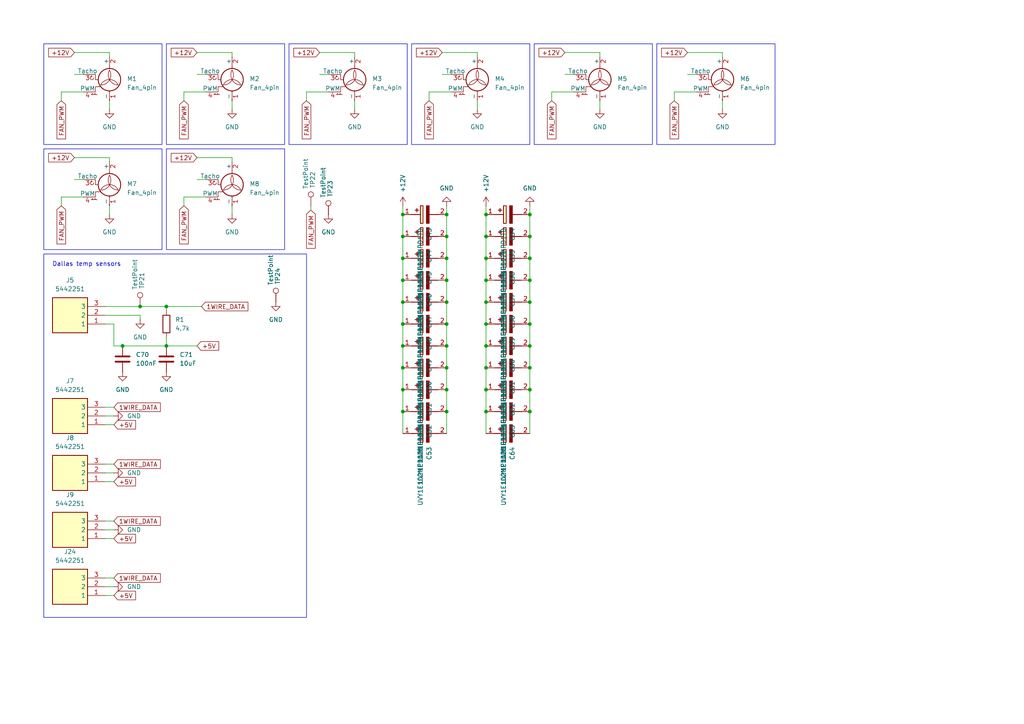
<source format=kicad_sch>
(kicad_sch (version 20250114) (generator "eeschema") (generator_version "9.0")
  (paper "A4")
  (lib_symbols
    (symbol "Connector:TestPoint" (pin_numbers (hide yes)) (pin_names (offset 0.762) (hide yes))
      (property "Reference" "TP" (at 0 6.858 0))
      (property "Value" "TestPoint" (at 0 5.08 0))
      (symbol "TestPoint_0_1"
        (circle (center 0 3.302) (radius 0.762))
      )
      (symbol "TestPoint_1_1"
        (pin passive line (at 0 0 90) (length 2.54) (name "1") (number "1"))
      )
    )
    (symbol "Device:C" (pin_numbers (hide yes)) (pin_names (offset 0.254))
      (property "Reference" "C" (at 0.635 2.54 0))
      (property "Value" "C" (at 0.635 -2.54 0))
      (symbol "C_0_1"
        (polyline (pts (xy -2.032 0.762) (xy 2.032 0.762)) (stroke (width 0.508)))
        (polyline (pts (xy -2.032 -0.762) (xy 2.032 -0.762)) (stroke (width 0.508)))
      )
      (symbol "C_1_1"
        (pin passive line (at 0 3.81 270) (length 2.794) (name "~") (number "1"))
        (pin passive line (at 0 -3.81 90) (length 2.794) (name "~") (number "2"))
      )
    )
    (symbol "Device:R" (pin_numbers (hide yes)) (pin_names (offset 0))
      (property "Reference" "R" (at 2.032 0 90))
      (property "Value" "R" (at 0 0 90))
      (symbol "R_0_1"
        (rectangle (start -1.016 -2.54) (end 1.016 2.54) (stroke (width 0.254)))
      )
      (symbol "R_1_1"
        (pin passive line (at 0 3.81 270) (length 1.27) (name "~") (number "1"))
        (pin passive line (at 0 -3.81 90) (length 1.27) (name "~") (number "2"))
      )
    )
    (symbol "InverterCom:5442251"
      (property "Reference" "J" (at 16.51 7.62 0))
      (property "Value" "5442251" (at 16.51 5.08 0))
      (symbol "5442251_1_1"
        (rectangle (start 5.08 2.54) (end 15.24 -7.62) (stroke (width 0.254)) (fill (type background)))
        (pin passive line (at 0 0 0) (length 5.08) (name "1") (number "1"))
        (pin passive line (at 0 -2.54 0) (length 5.08) (name "2") (number "2"))
        (pin passive line (at 0 -5.08 0) (length 5.08) (name "3") (number "3"))
      )
    )
    (symbol "InverterCom:UVY1E102MPD1TD" (pin_names (hide yes))
      (property "Reference" "C" (at 8.89 6.35 0))
      (property "Value" "UVY1E102MPD1TD" (at 8.89 3.81 0))
      (symbol "UVY1E102MPD1TD_1_1"
        (polyline (pts (xy 2.54 0) (xy 5.08 0)) (stroke (width 0.254)))
        (polyline (pts (xy 4.064 1.778) (xy 4.064 0.762)) (stroke (width 0.254)))
        (polyline (pts (xy 4.572 1.27) (xy 3.556 1.27)) (stroke (width 0.254)))
        (rectangle (start 5.08 2.54) (end 5.842 -2.54) (stroke (width 0.254)) (fill (type background)))
        (polyline (pts (xy 7.62 2.54) (xy 7.62 -2.54) (xy 6.858 -2.54) (xy 6.858 2.54) (xy 7.62 2.54)) (stroke (width 0.254)) (fill (type outline)))
        (polyline (pts (xy 7.62 0) (xy 10.16 0)) (stroke (width 0.254)))
        (pin passive line (at 0 0 0) (length 2.54) (name "+") (number "1"))
        (pin passive line (at 12.7 0 180) (length 2.54) (name "-") (number "2"))
      )
    )
    (symbol "Motor:Fan_4pin" (pin_names (offset 0))
      (property "Reference" "M" (at 2.54 5.08 0))
      (property "Value" "Fan_4pin" (at 2.54 -2.54 0))
      (symbol "Fan_4pin_0_0"
        (polyline (pts (xy -5.08 2.032) (xy -5.334 2.159)))
        (polyline (pts (xy -5.08 2.032) (xy -5.207 1.778)))
        (arc (start -4.572 1.524) (mid -5.08 1.0182) (end -5.588 1.524))
        (arc (start -5.588 1.524) (mid -5.4392 1.8832) (end -5.08 2.032))
        (polyline (pts (xy -4.064 2.54) (xy -4.064 1.016) (xy -3.302 1.016)))
      )
      (symbol "Fan_4pin_0_1"
        (polyline (pts (xy -5.334 -3.302) (xy -5.08 -3.302) (xy -5.08 -3.048) (xy -4.826 -3.048) (xy -4.826 -3.302) (xy -4.318 -3.302) (xy -4.318 -3.048) (xy -4.064 -3.048) (xy -4.064 -3.302) (xy -3.556 -3.302)))
        (polyline (pts (xy -4.064 2.54) (xy -5.08 2.54)))
        (polyline (pts (xy -2.54 -1.016) (xy -4.064 -1.016) (xy -4.064 -2.54) (xy -5.08 -2.54)))
        (arc (start 0 3.81) (mid -0.0015 0.9048) (end -2.54 -0.508))
        (polyline (pts (xy 0 4.572) (xy 0 5.08)))
        (polyline (pts (xy 0 4.2672) (xy 0 4.6228)))
        (circle (center 0 1.016) (radius 3.2512) (stroke (width 0.254)))
        (arc (start -2.54 -0.508) (mid 0 1.0618) (end 2.54 -0.508))
        (polyline (pts (xy 0 -2.2352) (xy 0 -2.6416)))
        (polyline (pts (xy 0 -5.08) (xy 0 -4.572)))
        (arc (start 2.54 -0.508) (mid 0.047 0.9315) (end 0 3.81))
      )
      (symbol "Fan_4pin_1_1"
        (pin passive line (at -7.62 2.54 0) (length 2.54) (name "Tacho") (number "3"))
        (pin input line (at -7.62 -2.54 0) (length 2.54) (name "PWM") (number "4"))
        (pin passive line (at 0 7.62 270) (length 2.54) (name "+") (number "2"))
        (pin passive line (at 0 -5.08 90) (length 2.54) (name "-") (number "1"))
      )
    )
    (symbol "power:+12V" (power) (pin_numbers (hide yes)) (pin_names (offset 0) (hide yes))
      (property "Value" "+12V" (at 0 3.556 0))
      (symbol "+12V_0_1"
        (polyline (pts (xy -0.762 1.27) (xy 0 2.54)))
        (polyline (pts (xy 0 2.54) (xy 0.762 1.27)))
        (polyline (pts (xy 0 0) (xy 0 2.54)))
      )
      (symbol "+12V_1_1"
        (pin power_in line (at 0 0 90) (length 0) (name "~") (number "1"))
      )
    )
    (symbol "power:GND" (power) (pin_numbers (hide yes)) (pin_names (offset 0) (hide yes))
      (property "Value" "GND" (at 0 -3.81 0))
      (symbol "GND_0_1"
        (polyline (pts (xy 0 0) (xy 0 -1.27) (xy 1.27 -1.27) (xy 0 -2.54) (xy -1.27 -1.27) (xy 0 -1.27)))
      )
      (symbol "GND_1_1"
        (pin power_in line (at 0 0 270) (length 0) (name "~") (number "1"))
      )
    )
  )
  (rectangle (start 12.7 73.66) (end 88.9 179.07))
  (rectangle (start 83.82 12.7) (end 118.11 41.91))
  (rectangle (start 190.5 12.7) (end 224.79 41.91))
  (rectangle (start 12.7 43.18) (end 46.99 72.39))
  (rectangle (start 48.26 43.18) (end 82.55 72.39))
  (rectangle (start 12.7 12.7) (end 46.99 41.91))
  (rectangle (start 48.26 12.7) (end 82.55 41.91))
  (rectangle (start 119.38 12.7) (end 153.67 41.91))
  (rectangle (start 154.94 12.7) (end 189.23 41.91))
  (text "Dallas temp sensors" (at 25.146 76.708 0) (effects (font (size 1.27 1.27))))
  (junction (at 116.84 106.68))
  (junction (at 129.54 68.58))
  (junction (at 140.97 87.63))
  (junction (at 129.54 74.93))
  (junction (at 140.97 113.03))
  (junction (at 153.67 100.33))
  (junction (at 153.67 87.63))
  (junction (at 153.67 68.58))
  (junction (at 153.67 106.68))
  (junction (at 140.97 106.68))
  (junction (at 129.54 119.38))
  (junction (at 129.54 100.33))
  (junction (at 116.84 68.58))
  (junction (at 129.54 87.63))
  (junction (at 116.84 119.38))
  (junction (at 129.54 81.28))
  (junction (at 153.67 93.98))
  (junction (at 48.26 100.33))
  (junction (at 129.54 106.68))
  (junction (at 153.67 74.93))
  (junction (at 140.97 100.33))
  (junction (at 116.84 113.03))
  (junction (at 116.84 100.33))
  (junction (at 40.64 88.9))
  (junction (at 116.84 87.63))
  (junction (at 129.54 93.98))
  (junction (at 140.97 93.98))
  (junction (at 116.84 93.98))
  (junction (at 116.84 62.23))
  (junction (at 140.97 68.58))
  (junction (at 153.67 81.28))
  (junction (at 140.97 81.28))
  (junction (at 140.97 74.93))
  (junction (at 48.26 88.9))
  (junction (at 153.67 119.38))
  (junction (at 153.67 113.03))
  (junction (at 140.97 62.23))
  (junction (at 35.56 100.33))
  (junction (at 116.84 81.28))
  (junction (at 129.54 62.23))
  (junction (at 129.54 113.03))
  (junction (at 140.97 119.38))
  (junction (at 116.84 74.93))
  (junction (at 153.67 62.23))
  (wire (pts (xy 153.67 119.38) (xy 153.67 125.73)))
  (wire (pts (xy 153.67 113.03) (xy 153.67 119.38)))
  (wire (pts (xy 140.97 113.03) (xy 140.97 119.38)))
  (wire (pts (xy 40.64 91.44) (xy 40.64 92.71)))
  (wire (pts (xy 88.9 26.67) (xy 95.25 26.67)))
  (wire (pts (xy 31.75 45.72) (xy 31.75 46.99)))
  (wire (pts (xy 129.54 87.63) (xy 129.54 93.98)))
  (wire (pts (xy 116.84 119.38) (xy 116.84 125.73)))
  (wire (pts (xy 30.48 91.44) (xy 40.64 91.44)))
  (wire (pts (xy 153.67 93.98) (xy 153.67 100.33)))
  (wire (pts (xy 30.48 167.64) (xy 33.02 167.64)))
  (wire (pts (xy 195.58 26.67) (xy 201.93 26.67)))
  (wire (pts (xy 53.34 57.15) (xy 59.69 57.15)))
  (wire (pts (xy 30.48 123.19) (xy 33.02 123.19)))
  (wire (pts (xy 140.97 119.38) (xy 140.97 125.73)))
  (wire (pts (xy 30.48 118.11) (xy 33.02 118.11)))
  (wire (pts (xy 116.84 81.28) (xy 116.84 87.63)))
  (wire (pts (xy 17.78 29.21) (xy 17.78 26.67)))
  (wire (pts (xy 48.26 90.17) (xy 48.26 88.9)))
  (wire (pts (xy 57.15 45.72) (xy 67.31 45.72)))
  (wire (pts (xy 17.78 26.67) (xy 24.13 26.67)))
  (wire (pts (xy 35.56 100.33) (xy 33.02 100.33)))
  (wire (pts (xy 153.67 68.58) (xy 153.67 74.93)))
  (wire (pts (xy 21.59 45.72) (xy 31.75 45.72)))
  (wire (pts (xy 140.97 100.33) (xy 140.97 106.68)))
  (wire (pts (xy 129.54 74.93) (xy 129.54 81.28)))
  (wire (pts (xy 30.48 170.18) (xy 33.02 170.18)))
  (wire (pts (xy 57.15 52.07) (xy 59.69 52.07)))
  (wire (pts (xy 116.84 68.58) (xy 116.84 74.93)))
  (wire (pts (xy 153.67 62.23) (xy 153.67 68.58)))
  (wire (pts (xy 92.71 15.24) (xy 102.87 15.24)))
  (wire (pts (xy 67.31 29.21) (xy 67.31 31.75)))
  (wire (pts (xy 153.67 59.69) (xy 153.67 62.23)))
  (wire (pts (xy 35.56 100.33) (xy 48.26 100.33)))
  (wire (pts (xy 129.54 81.28) (xy 129.54 87.63)))
  (wire (pts (xy 30.48 151.13) (xy 33.02 151.13)))
  (wire (pts (xy 195.58 29.21) (xy 195.58 26.67)))
  (wire (pts (xy 30.48 137.16) (xy 33.02 137.16)))
  (wire (pts (xy 199.39 15.24) (xy 209.55 15.24)))
  (wire (pts (xy 140.97 59.69) (xy 140.97 62.23)))
  (wire (pts (xy 163.83 15.24) (xy 173.99 15.24)))
  (wire (pts (xy 102.87 29.21) (xy 102.87 31.75)))
  (wire (pts (xy 53.34 59.69) (xy 53.34 57.15)))
  (wire (pts (xy 17.78 59.69) (xy 17.78 57.15)))
  (wire (pts (xy 67.31 45.72) (xy 67.31 46.99)))
  (wire (pts (xy 116.84 93.98) (xy 116.84 100.33)))
  (wire (pts (xy 128.27 15.24) (xy 138.43 15.24)))
  (wire (pts (xy 129.54 59.69) (xy 129.54 62.23)))
  (wire (pts (xy 140.97 93.98) (xy 140.97 100.33)))
  (wire (pts (xy 153.67 87.63) (xy 153.67 93.98)))
  (wire (pts (xy 33.02 93.98) (xy 30.48 93.98)))
  (wire (pts (xy 90.17 59.69) (xy 90.17 60.96)))
  (wire (pts (xy 21.59 21.59) (xy 24.13 21.59)))
  (wire (pts (xy 33.02 100.33) (xy 33.02 93.98)))
  (wire (pts (xy 57.15 21.59) (xy 59.69 21.59)))
  (wire (pts (xy 48.26 100.33) (xy 57.15 100.33)))
  (wire (pts (xy 160.02 29.21) (xy 160.02 26.67)))
  (wire (pts (xy 102.87 15.24) (xy 102.87 16.51)))
  (wire (pts (xy 30.48 139.7) (xy 33.02 139.7)))
  (wire (pts (xy 48.26 88.9) (xy 58.42 88.9)))
  (wire (pts (xy 21.59 52.07) (xy 24.13 52.07)))
  (wire (pts (xy 129.54 93.98) (xy 129.54 100.33)))
  (wire (pts (xy 199.39 21.59) (xy 201.93 21.59)))
  (wire (pts (xy 209.55 15.24) (xy 209.55 16.51)))
  (wire (pts (xy 128.27 21.59) (xy 130.81 21.59)))
  (wire (pts (xy 138.43 29.21) (xy 138.43 31.75)))
  (wire (pts (xy 129.54 100.33) (xy 129.54 106.68)))
  (wire (pts (xy 40.64 88.9) (xy 30.48 88.9)))
  (wire (pts (xy 140.97 87.63) (xy 140.97 93.98)))
  (wire (pts (xy 30.48 156.21) (xy 33.02 156.21)))
  (wire (pts (xy 140.97 106.68) (xy 140.97 113.03)))
  (wire (pts (xy 48.26 88.9) (xy 40.64 88.9)))
  (wire (pts (xy 30.48 120.65) (xy 33.02 120.65)))
  (wire (pts (xy 153.67 81.28) (xy 153.67 87.63)))
  (wire (pts (xy 21.59 15.24) (xy 31.75 15.24)))
  (wire (pts (xy 88.9 29.21) (xy 88.9 26.67)))
  (wire (pts (xy 173.99 15.24) (xy 173.99 16.51)))
  (wire (pts (xy 124.46 26.67) (xy 130.81 26.67)))
  (wire (pts (xy 116.84 113.03) (xy 116.84 119.38)))
  (wire (pts (xy 138.43 15.24) (xy 138.43 16.51)))
  (wire (pts (xy 17.78 57.15) (xy 24.13 57.15)))
  (wire (pts (xy 116.84 74.93) (xy 116.84 81.28)))
  (wire (pts (xy 153.67 74.93) (xy 153.67 81.28)))
  (wire (pts (xy 124.46 29.21) (xy 124.46 26.67)))
  (wire (pts (xy 163.83 21.59) (xy 166.37 21.59)))
  (wire (pts (xy 153.67 106.68) (xy 153.67 113.03)))
  (wire (pts (xy 31.75 59.69) (xy 31.75 62.23)))
  (wire (pts (xy 116.84 87.63) (xy 116.84 93.98)))
  (wire (pts (xy 92.71 21.59) (xy 95.25 21.59)))
  (wire (pts (xy 57.15 15.24) (xy 67.31 15.24)))
  (wire (pts (xy 140.97 68.58) (xy 140.97 74.93)))
  (wire (pts (xy 160.02 26.67) (xy 166.37 26.67)))
  (wire (pts (xy 31.75 15.24) (xy 31.75 16.51)))
  (wire (pts (xy 140.97 81.28) (xy 140.97 87.63)))
  (wire (pts (xy 173.99 29.21) (xy 173.99 31.75)))
  (wire (pts (xy 129.54 68.58) (xy 129.54 74.93)))
  (wire (pts (xy 53.34 26.67) (xy 59.69 26.67)))
  (wire (pts (xy 153.67 100.33) (xy 153.67 106.68)))
  (wire (pts (xy 116.84 59.69) (xy 116.84 62.23)))
  (wire (pts (xy 129.54 106.68) (xy 129.54 113.03)))
  (wire (pts (xy 48.26 97.79) (xy 48.26 100.33)))
  (wire (pts (xy 31.75 29.21) (xy 31.75 31.75)))
  (wire (pts (xy 67.31 15.24) (xy 67.31 16.51)))
  (wire (pts (xy 30.48 153.67) (xy 33.02 153.67)))
  (wire (pts (xy 116.84 100.33) (xy 116.84 106.68)))
  (wire (pts (xy 116.84 62.23) (xy 116.84 68.58)))
  (wire (pts (xy 209.55 29.21) (xy 209.55 31.75)))
  (wire (pts (xy 116.84 106.68) (xy 116.84 113.03)))
  (wire (pts (xy 129.54 119.38) (xy 129.54 125.73)))
  (wire (pts (xy 129.54 113.03) (xy 129.54 119.38)))
  (wire (pts (xy 129.54 62.23) (xy 129.54 68.58)))
  (wire (pts (xy 30.48 172.72) (xy 33.02 172.72)))
  (wire (pts (xy 67.31 59.69) (xy 67.31 62.23)))
  (wire (pts (xy 53.34 29.21) (xy 53.34 26.67)))
  (wire (pts (xy 140.97 74.93) (xy 140.97 81.28)))
  (wire (pts (xy 140.97 62.23) (xy 140.97 68.58)))
  (wire (pts (xy 30.48 134.62) (xy 33.02 134.62)))
  (global_label "+5V" (shape input) (at 57.15 100.33 0) (property "Intersheetrefs" "${INTERSHEET_REFS}" (effects (hide yes))))
  (global_label "+12V" (shape input) (at 128.27 15.24 180) (property "Intersheetrefs" "${INTERSHEET_REFS}" (effects (hide yes))))
  (global_label "+12V" (shape input) (at 57.15 45.72 180) (property "Intersheetrefs" "${INTERSHEET_REFS}" (effects (hide yes))))
  (global_label "+5V" (shape input) (at 33.02 139.7 0) (property "Intersheetrefs" "${INTERSHEET_REFS}" (effects (hide yes))))
  (global_label "FAN_PWM" (shape input) (at 124.46 29.21 270) (property "Intersheetrefs" "${INTERSHEET_REFS}" (effects (hide yes))))
  (global_label "1WIRE_DATA" (shape input) (at 33.02 151.13 0) (property "Intersheetrefs" "${INTERSHEET_REFS}" (effects (hide yes))))
  (global_label "FAN_PWM" (shape input) (at 88.9 29.21 270) (property "Intersheetrefs" "${INTERSHEET_REFS}" (effects (hide yes))))
  (global_label "FAN_PWM" (shape input) (at 17.78 59.69 270) (property "Intersheetrefs" "${INTERSHEET_REFS}" (effects (hide yes))))
  (global_label "1WIRE_DATA" (shape input) (at 33.02 134.62 0) (property "Intersheetrefs" "${INTERSHEET_REFS}" (effects (hide yes))))
  (global_label "+12V" (shape input) (at 21.59 45.72 180) (property "Intersheetrefs" "${INTERSHEET_REFS}" (effects (hide yes))))
  (global_label "FAN_PWM" (shape input) (at 90.17 60.96 270) (property "Intersheetrefs" "${INTERSHEET_REFS}" (effects (hide yes))))
  (global_label "+5V" (shape input) (at 33.02 156.21 0) (property "Intersheetrefs" "${INTERSHEET_REFS}" (effects (hide yes))))
  (global_label "+12V" (shape input) (at 21.59 15.24 180) (property "Intersheetrefs" "${INTERSHEET_REFS}" (effects (hide yes))))
  (global_label "FAN_PWM" (shape input) (at 53.34 59.69 270) (property "Intersheetrefs" "${INTERSHEET_REFS}" (effects (hide yes))))
  (global_label "FAN_PWM" (shape input) (at 160.02 29.21 270) (property "Intersheetrefs" "${INTERSHEET_REFS}" (effects (hide yes))))
  (global_label "+5V" (shape input) (at 33.02 123.19 0) (property "Intersheetrefs" "${INTERSHEET_REFS}" (effects (hide yes))))
  (global_label "FAN_PWM" (shape input) (at 195.58 29.21 270) (property "Intersheetrefs" "${INTERSHEET_REFS}" (effects (hide yes))))
  (global_label "FAN_PWM" (shape input) (at 17.78 29.21 270) (property "Intersheetrefs" "${INTERSHEET_REFS}" (effects (hide yes))))
  (global_label "1WIRE_DATA" (shape input) (at 33.02 118.11 0) (property "Intersheetrefs" "${INTERSHEET_REFS}" (effects (hide yes))))
  (global_label "+5V" (shape input) (at 33.02 172.72 0) (property "Intersheetrefs" "${INTERSHEET_REFS}" (effects (hide yes))))
  (global_label "+12V" (shape input) (at 163.83 15.24 180) (property "Intersheetrefs" "${INTERSHEET_REFS}" (effects (hide yes))))
  (global_label "+12V" (shape input) (at 92.71 15.24 180) (property "Intersheetrefs" "${INTERSHEET_REFS}" (effects (hide yes))))
  (global_label "FAN_PWM" (shape input) (at 53.34 29.21 270) (property "Intersheetrefs" "${INTERSHEET_REFS}" (effects (hide yes))))
  (global_label "1WIRE_DATA" (shape input) (at 33.02 167.64 0) (property "Intersheetrefs" "${INTERSHEET_REFS}" (effects (hide yes))))
  (global_label "1WIRE_DATA" (shape input) (at 58.42 88.9 0) (property "Intersheetrefs" "${INTERSHEET_REFS}" (effects (hide yes))))
  (global_label "+12V" (shape input) (at 57.15 15.24 180) (property "Intersheetrefs" "${INTERSHEET_REFS}" (effects (hide yes))))
  (global_label "+12V" (shape input) (at 199.39 15.24 180) (property "Intersheetrefs" "${INTERSHEET_REFS}" (effects (hide yes))))
  (symbol (lib_id "InverterCom:5442251") (at 30.48 139.7 180) (unit 1)
    (property "Reference" "J8" (at 20.32 127 0))
    (property "Value" "5442251" (at 20.32 129.54 0))
    (property "Footprint" "InverterCom:5442251" (effects (hide yes)))
    (property "Datasheet" "https://www.phoenixcontact.com/en-gb/products/printed-circuit-board-terminal-bc-350x9-3-gn-5442251" (effects (hide yes)))
    (property "Description" "Fixed Terminal Blocks BC-350X9- 3 GN 3.5 MM PITCH" (effects (hide yes)))
    (property "Height" "8.65" (effects (hide yes)))
    (property "Mouser Part Number" "651-5442251" (effects (hide yes)))
    (property "Mouser Price/Stock" "https://www.mouser.co.uk/ProductDetail/Phoenix-Contact/5442251?qs=9Y9qB%2FCsC3kmzTCxovpQiw%3D%3D" (effects (hide yes)))
    (property "Manufacturer_Name" "Phoenix Contact" (effects (hide yes)))
    (property "Manufacturer_Part_Number" "5442251" (effects (hide yes)))
  )
  (symbol (lib_id "InverterCom:5442251") (at 30.48 93.98 180) (unit 1)
    (property "Reference" "J5" (at 20.32 81.28 0))
    (property "Value" "5442251" (at 20.32 83.82 0))
    (property "Footprint" "InverterCom:5442251" (effects (hide yes)))
    (property "Datasheet" "https://www.phoenixcontact.com/en-gb/products/printed-circuit-board-terminal-bc-350x9-3-gn-5442251" (effects (hide yes)))
    (property "Description" "Fixed Terminal Blocks BC-350X9- 3 GN 3.5 MM PITCH" (effects (hide yes)))
    (property "Height" "8.65" (effects (hide yes)))
    (property "Mouser Part Number" "651-5442251" (effects (hide yes)))
    (property "Mouser Price/Stock" "https://www.mouser.co.uk/ProductDetail/Phoenix-Contact/5442251?qs=9Y9qB%2FCsC3kmzTCxovpQiw%3D%3D" (effects (hide yes)))
    (property "Manufacturer_Name" "Phoenix Contact" (effects (hide yes)))
    (property "Manufacturer_Part_Number" "5442251" (effects (hide yes)))
  )
  (symbol (lib_id "InverterCom:UVY1E102MPD1TD") (at 140.97 68.58 0) (unit 1)
    (property "Reference" "C55" (at 148.5901 72.39 90) (effects (justify right)))
    (property "Value" "UVY1E102MPD1TD" (at 146.0501 72.39 90) (effects (justify right)))
    (property "Footprint" "InverterCom:CAPPRD500W60D1025H1750" (effects (hide yes)))
    (property "Datasheet" "https://componentsearchengine.com/Datasheets/5/UVY1E102MPD1TD.pdf" (effects (hide yes)))
    (property "Description" "Cap Aluminum Lytic 1000uF 25V 20% (10 X 16mm) Radial 5mm 610mA 1000h 105C Ammo" (effects (hide yes)))
    (property "Height" "17.5" (effects (hide yes)))
    (property "Mouser Part Number" "647-UVY1E102MPD1TD" (effects (hide yes)))
    (property "Mouser Price/Stock" "https://www.mouser.co.uk/ProductDetail/Nichicon/UVY1E102MPD1TD?qs=gtReTMvImqniEnVqgrfK9Q%3D%3D" (effects (hide yes)))
    (property "Manufacturer_Name" "Nichicon" (effects (hide yes)))
    (property "Manufacturer_Part_Number" "UVY1E102MPD1TD" (effects (hide yes)))
  )
  (symbol (lib_id "Motor:Fan_4pin") (at 209.55 24.13 0) (unit 1)
    (property "Reference" "M6" (at 214.63 22.8599 0) (effects (justify left)))
    (property "Value" "Fan_4pin" (at 214.63 25.3999 0) (effects (justify left)))
    (property "Footprint" "Connector:FanPinHeader_1x04_P2.54mm_Vertical" (effects (hide yes)))
    (property "Datasheet" "http://www.formfactors.org/developer%5Cspecs%5Crev1_2_public.pdf" (effects (hide yes)))
    (property "Description" "Fan, tacho output, PWM input, 4-pin connector" (effects (hide yes)))
  )
  (symbol (lib_id "Connector:TestPoint") (at 95.25 62.23 0) (unit 1)
    (property "Reference" "TP23" (at 95.758 57.15 90) (effects (justify left)))
    (property "Value" "TestPoint" (at 93.726 57.404 90) (effects (justify left)))
    (property "Footprint" "TestPoint:TestPoint_Loop_D2.54mm_Drill1.5mm_Beaded" (effects (hide yes)))
    (property "Description" "test point" (effects (hide yes)))
  )
  (symbol (lib_id "InverterCom:UVY1E102MPD1TD") (at 116.84 68.58 0) (unit 1)
    (property "Reference" "C44" (at 124.4601 72.39 90) (effects (justify right)))
    (property "Value" "UVY1E102MPD1TD" (at 121.9201 72.39 90) (effects (justify right)))
    (property "Footprint" "InverterCom:CAPPRD500W60D1025H1750" (effects (hide yes)))
    (property "Datasheet" "https://componentsearchengine.com/Datasheets/5/UVY1E102MPD1TD.pdf" (effects (hide yes)))
    (property "Description" "Cap Aluminum Lytic 1000uF 25V 20% (10 X 16mm) Radial 5mm 610mA 1000h 105C Ammo" (effects (hide yes)))
    (property "Height" "17.5" (effects (hide yes)))
    (property "Mouser Part Number" "647-UVY1E102MPD1TD" (effects (hide yes)))
    (property "Mouser Price/Stock" "https://www.mouser.co.uk/ProductDetail/Nichicon/UVY1E102MPD1TD?qs=gtReTMvImqniEnVqgrfK9Q%3D%3D" (effects (hide yes)))
    (property "Manufacturer_Name" "Nichicon" (effects (hide yes)))
    (property "Manufacturer_Part_Number" "UVY1E102MPD1TD" (effects (hide yes)))
  )
  (symbol (lib_id "Device:C") (at 48.26 104.14 0) (unit 1)
    (property "Reference" "C71" (at 52.07 102.8699 0) (effects (justify left)))
    (property "Value" "10uF" (at 52.07 105.4099 0) (effects (justify left)))
    (property "Footprint" "Capacitor_SMD:C_1210_3225Metric_Pad1.33x2.70mm_HandSolder" (effects (hide yes)))
    (property "Description" "Unpolarized capacitor" (effects (hide yes)))
  )
  (symbol (lib_id "InverterCom:UVY1E102MPD1TD") (at 140.97 62.23 0) (unit 1)
    (property "Reference" "C54" (at 148.5901 66.04 90) (effects (justify right)))
    (property "Value" "UVY1E102MPD1TD" (at 146.0501 66.04 90) (effects (justify right)))
    (property "Footprint" "InverterCom:CAPPRD500W60D1025H1750" (effects (hide yes)))
    (property "Datasheet" "https://componentsearchengine.com/Datasheets/5/UVY1E102MPD1TD.pdf" (effects (hide yes)))
    (property "Description" "Cap Aluminum Lytic 1000uF 25V 20% (10 X 16mm) Radial 5mm 610mA 1000h 105C Ammo" (effects (hide yes)))
    (property "Height" "17.5" (effects (hide yes)))
    (property "Mouser Part Number" "647-UVY1E102MPD1TD" (effects (hide yes)))
    (property "Mouser Price/Stock" "https://www.mouser.co.uk/ProductDetail/Nichicon/UVY1E102MPD1TD?qs=gtReTMvImqniEnVqgrfK9Q%3D%3D" (effects (hide yes)))
    (property "Manufacturer_Name" "Nichicon" (effects (hide yes)))
    (property "Manufacturer_Part_Number" "UVY1E102MPD1TD" (effects (hide yes)))
  )
  (symbol (lib_id "power:GND") (at 138.43 31.75 0) (unit 1)
    (property "Reference" "#PWR032" (effects (hide yes)))
    (property "Value" "GND" (at 138.43 36.83 0))
    (property "Description" "Power symbol creates a global label with name \"GND\" , ground" (effects (hide yes)))
  )
  (symbol (lib_id "InverterCom:5442251") (at 30.48 156.21 180) (unit 1)
    (property "Reference" "J9" (at 20.32 143.51 0))
    (property "Value" "5442251" (at 20.32 146.05 0))
    (property "Footprint" "InverterCom:5442251" (effects (hide yes)))
    (property "Datasheet" "https://www.phoenixcontact.com/en-gb/products/printed-circuit-board-terminal-bc-350x9-3-gn-5442251" (effects (hide yes)))
    (property "Description" "Fixed Terminal Blocks BC-350X9- 3 GN 3.5 MM PITCH" (effects (hide yes)))
    (property "Height" "8.65" (effects (hide yes)))
    (property "Mouser Part Number" "651-5442251" (effects (hide yes)))
    (property "Mouser Price/Stock" "https://www.mouser.co.uk/ProductDetail/Phoenix-Contact/5442251?qs=9Y9qB%2FCsC3kmzTCxovpQiw%3D%3D" (effects (hide yes)))
    (property "Manufacturer_Name" "Phoenix Contact" (effects (hide yes)))
    (property "Manufacturer_Part_Number" "5442251" (effects (hide yes)))
  )
  (symbol (lib_id "power:GND") (at 80.01 87.63 0) (unit 1)
    (property "Reference" "#PWR038" (effects (hide yes)))
    (property "Value" "GND" (at 80.01 92.71 0))
    (property "Description" "Power symbol creates a global label with name \"GND\" , ground" (effects (hide yes)))
  )
  (symbol (lib_id "power:+12V") (at 140.97 59.69 0) (unit 1)
    (property "Reference" "#PWR098" (effects (hide yes)))
    (property "Value" "+12V" (at 140.9701 55.88 90) (effects (justify left)))
    (property "Description" "Power symbol creates a global label with name \"+12V\"" (effects (hide yes)))
  )
  (symbol (lib_id "InverterCom:5442251") (at 30.48 172.72 180) (unit 1)
    (property "Reference" "J24" (at 20.32 160.02 0))
    (property "Value" "5442251" (at 20.32 162.56 0))
    (property "Footprint" "InverterCom:5442251" (effects (hide yes)))
    (property "Datasheet" "https://www.phoenixcontact.com/en-gb/products/printed-circuit-board-terminal-bc-350x9-3-gn-5442251" (effects (hide yes)))
    (property "Description" "Fixed Terminal Blocks BC-350X9- 3 GN 3.5 MM PITCH" (effects (hide yes)))
    (property "Height" "8.65" (effects (hide yes)))
    (property "Mouser Part Number" "651-5442251" (effects (hide yes)))
    (property "Mouser Price/Stock" "https://www.mouser.co.uk/ProductDetail/Phoenix-Contact/5442251?qs=9Y9qB%2FCsC3kmzTCxovpQiw%3D%3D" (effects (hide yes)))
    (property "Manufacturer_Name" "Phoenix Contact" (effects (hide yes)))
    (property "Manufacturer_Part_Number" "5442251" (effects (hide yes)))
  )
  (symbol (lib_id "InverterCom:UVY1E102MPD1TD") (at 116.84 125.73 0) (unit 1)
    (property "Reference" "C53" (at 124.4601 129.54 90) (effects (justify right)))
    (property "Value" "UVY1E102MPD1TD" (at 121.9201 129.54 90) (effects (justify right)))
    (property "Footprint" "InverterCom:CAPPRD500W60D1025H1750" (effects (hide yes)))
    (property "Datasheet" "https://componentsearchengine.com/Datasheets/5/UVY1E102MPD1TD.pdf" (effects (hide yes)))
    (property "Description" "Cap Aluminum Lytic 1000uF 25V 20% (10 X 16mm) Radial 5mm 610mA 1000h 105C Ammo" (effects (hide yes)))
    (property "Height" "17.5" (effects (hide yes)))
    (property "Mouser Part Number" "647-UVY1E102MPD1TD" (effects (hide yes)))
    (property "Mouser Price/Stock" "https://www.mouser.co.uk/ProductDetail/Nichicon/UVY1E102MPD1TD?qs=gtReTMvImqniEnVqgrfK9Q%3D%3D" (effects (hide yes)))
    (property "Manufacturer_Name" "Nichicon" (effects (hide yes)))
    (property "Manufacturer_Part_Number" "UVY1E102MPD1TD" (effects (hide yes)))
  )
  (symbol (lib_id "Motor:Fan_4pin") (at 31.75 24.13 0) (unit 1)
    (property "Reference" "M1" (at 36.83 22.8599 0) (effects (justify left)))
    (property "Value" "Fan_4pin" (at 36.83 25.3999 0) (effects (justify left)))
    (property "Footprint" "Connector:FanPinHeader_1x04_P2.54mm_Vertical" (effects (hide yes)))
    (property "Datasheet" "http://www.formfactors.org/developer%5Cspecs%5Crev1_2_public.pdf" (effects (hide yes)))
    (property "Description" "Fan, tacho output, PWM input, 4-pin connector" (effects (hide yes)))
  )
  (symbol (lib_id "Connector:TestPoint") (at 40.64 88.9 0) (unit 1)
    (property "Reference" "TP21" (at 41.148 83.82 90) (effects (justify left)))
    (property "Value" "TestPoint" (at 39.116 84.074 90) (effects (justify left)))
    (property "Footprint" "TestPoint:TestPoint_Loop_D2.54mm_Drill1.5mm_Beaded" (effects (hide yes)))
    (property "Description" "test point" (effects (hide yes)))
  )
  (symbol (lib_id "InverterCom:UVY1E102MPD1TD") (at 140.97 106.68 0) (unit 1)
    (property "Reference" "C61" (at 148.5901 110.49 90) (effects (justify right)))
    (property "Value" "UVY1E102MPD1TD" (at 146.0501 110.49 90) (effects (justify right)))
    (property "Footprint" "InverterCom:CAPPRD500W60D1025H1750" (effects (hide yes)))
    (property "Datasheet" "https://componentsearchengine.com/Datasheets/5/UVY1E102MPD1TD.pdf" (effects (hide yes)))
    (property "Description" "Cap Aluminum Lytic 1000uF 25V 20% (10 X 16mm) Radial 5mm 610mA 1000h 105C Ammo" (effects (hide yes)))
    (property "Height" "17.5" (effects (hide yes)))
    (property "Mouser Part Number" "647-UVY1E102MPD1TD" (effects (hide yes)))
    (property "Mouser Price/Stock" "https://www.mouser.co.uk/ProductDetail/Nichicon/UVY1E102MPD1TD?qs=gtReTMvImqniEnVqgrfK9Q%3D%3D" (effects (hide yes)))
    (property "Manufacturer_Name" "Nichicon" (effects (hide yes)))
    (property "Manufacturer_Part_Number" "UVY1E102MPD1TD" (effects (hide yes)))
  )
  (symbol (lib_id "Motor:Fan_4pin") (at 102.87 24.13 0) (unit 1)
    (property "Reference" "M3" (at 107.95 22.8599 0) (effects (justify left)))
    (property "Value" "Fan_4pin" (at 107.95 25.3999 0) (effects (justify left)))
    (property "Footprint" "Connector:FanPinHeader_1x04_P2.54mm_Vertical" (effects (hide yes)))
    (property "Datasheet" "http://www.formfactors.org/developer%5Cspecs%5Crev1_2_public.pdf" (effects (hide yes)))
    (property "Description" "Fan, tacho output, PWM input, 4-pin connector" (effects (hide yes)))
  )
  (symbol (lib_id "InverterCom:UVY1E102MPD1TD") (at 116.84 119.38 0) (unit 1)
    (property "Reference" "C52" (at 124.4601 123.19 90) (effects (justify right)))
    (property "Value" "UVY1E102MPD1TD" (at 121.9201 123.19 90) (effects (justify right)))
    (property "Footprint" "InverterCom:CAPPRD500W60D1025H1750" (effects (hide yes)))
    (property "Datasheet" "https://componentsearchengine.com/Datasheets/5/UVY1E102MPD1TD.pdf" (effects (hide yes)))
    (property "Description" "Cap Aluminum Lytic 1000uF 25V 20% (10 X 16mm) Radial 5mm 610mA 1000h 105C Ammo" (effects (hide yes)))
    (property "Height" "17.5" (effects (hide yes)))
    (property "Mouser Part Number" "647-UVY1E102MPD1TD" (effects (hide yes)))
    (property "Mouser Price/Stock" "https://www.mouser.co.uk/ProductDetail/Nichicon/UVY1E102MPD1TD?qs=gtReTMvImqniEnVqgrfK9Q%3D%3D" (effects (hide yes)))
    (property "Manufacturer_Name" "Nichicon" (effects (hide yes)))
    (property "Manufacturer_Part_Number" "UVY1E102MPD1TD" (effects (hide yes)))
  )
  (symbol (lib_id "InverterCom:UVY1E102MPD1TD") (at 140.97 125.73 0) (unit 1)
    (property "Reference" "C64" (at 148.5901 129.54 90) (effects (justify right)))
    (property "Value" "UVY1E102MPD1TD" (at 146.0501 129.54 90) (effects (justify right)))
    (property "Footprint" "InverterCom:CAPPRD500W60D1025H1750" (effects (hide yes)))
    (property "Datasheet" "https://componentsearchengine.com/Datasheets/5/UVY1E102MPD1TD.pdf" (effects (hide yes)))
    (property "Description" "Cap Aluminum Lytic 1000uF 25V 20% (10 X 16mm) Radial 5mm 610mA 1000h 105C Ammo" (effects (hide yes)))
    (property "Height" "17.5" (effects (hide yes)))
    (property "Mouser Part Number" "647-UVY1E102MPD1TD" (effects (hide yes)))
    (property "Mouser Price/Stock" "https://www.mouser.co.uk/ProductDetail/Nichicon/UVY1E102MPD1TD?qs=gtReTMvImqniEnVqgrfK9Q%3D%3D" (effects (hide yes)))
    (property "Manufacturer_Name" "Nichicon" (effects (hide yes)))
    (property "Manufacturer_Part_Number" "UVY1E102MPD1TD" (effects (hide yes)))
  )
  (symbol (lib_id "Device:R") (at 48.26 93.98 0) (unit 1)
    (property "Reference" "R1" (at 50.8 92.7099 0) (effects (justify left)))
    (property "Value" "4.7k" (at 50.8 95.2499 0) (effects (justify left)))
    (property "Footprint" "Resistor_SMD:R_1210_3225Metric_Pad1.30x2.65mm_HandSolder" (effects (hide yes)))
    (property "Description" "Resistor" (effects (hide yes)))
  )
  (symbol (lib_id "power:GND") (at 102.87 31.75 0) (unit 1)
    (property "Reference" "#PWR031" (effects (hide yes)))
    (property "Value" "GND" (at 102.87 36.83 0))
    (property "Description" "Power symbol creates a global label with name \"GND\" , ground" (effects (hide yes)))
  )
  (symbol (lib_id "InverterCom:UVY1E102MPD1TD") (at 116.84 81.28 0) (unit 1)
    (property "Reference" "C46" (at 124.4601 85.09 90) (effects (justify right)))
    (property "Value" "UVY1E102MPD1TD" (at 121.9201 85.09 90) (effects (justify right)))
    (property "Footprint" "InverterCom:CAPPRD500W60D1025H1750" (effects (hide yes)))
    (property "Datasheet" "https://componentsearchengine.com/Datasheets/5/UVY1E102MPD1TD.pdf" (effects (hide yes)))
    (property "Description" "Cap Aluminum Lytic 1000uF 25V 20% (10 X 16mm) Radial 5mm 610mA 1000h 105C Ammo" (effects (hide yes)))
    (property "Height" "17.5" (effects (hide yes)))
    (property "Mouser Part Number" "647-UVY1E102MPD1TD" (effects (hide yes)))
    (property "Mouser Price/Stock" "https://www.mouser.co.uk/ProductDetail/Nichicon/UVY1E102MPD1TD?qs=gtReTMvImqniEnVqgrfK9Q%3D%3D" (effects (hide yes)))
    (property "Manufacturer_Name" "Nichicon" (effects (hide yes)))
    (property "Manufacturer_Part_Number" "UVY1E102MPD1TD" (effects (hide yes)))
  )
  (symbol (lib_id "power:GND") (at 67.31 31.75 0) (unit 1)
    (property "Reference" "#PWR030" (effects (hide yes)))
    (property "Value" "GND" (at 67.31 36.83 0))
    (property "Description" "Power symbol creates a global label with name \"GND\" , ground" (effects (hide yes)))
  )
  (symbol (lib_id "Motor:Fan_4pin") (at 173.99 24.13 0) (unit 1)
    (property "Reference" "M5" (at 179.07 22.8599 0) (effects (justify left)))
    (property "Value" "Fan_4pin" (at 179.07 25.3999 0) (effects (justify left)))
    (property "Footprint" "Connector:FanPinHeader_1x04_P2.54mm_Vertical" (effects (hide yes)))
    (property "Datasheet" "http://www.formfactors.org/developer%5Cspecs%5Crev1_2_public.pdf" (effects (hide yes)))
    (property "Description" "Fan, tacho output, PWM input, 4-pin connector" (effects (hide yes)))
  )
  (symbol (lib_id "InverterCom:UVY1E102MPD1TD") (at 140.97 74.93 0) (unit 1)
    (property "Reference" "C56" (at 148.5901 78.74 90) (effects (justify right)))
    (property "Value" "UVY1E102MPD1TD" (at 146.0501 78.74 90) (effects (justify right)))
    (property "Footprint" "InverterCom:CAPPRD500W60D1025H1750" (effects (hide yes)))
    (property "Datasheet" "https://componentsearchengine.com/Datasheets/5/UVY1E102MPD1TD.pdf" (effects (hide yes)))
    (property "Description" "Cap Aluminum Lytic 1000uF 25V 20% (10 X 16mm) Radial 5mm 610mA 1000h 105C Ammo" (effects (hide yes)))
    (property "Height" "17.5" (effects (hide yes)))
    (property "Mouser Part Number" "647-UVY1E102MPD1TD" (effects (hide yes)))
    (property "Mouser Price/Stock" "https://www.mouser.co.uk/ProductDetail/Nichicon/UVY1E102MPD1TD?qs=gtReTMvImqniEnVqgrfK9Q%3D%3D" (effects (hide yes)))
    (property "Manufacturer_Name" "Nichicon" (effects (hide yes)))
    (property "Manufacturer_Part_Number" "UVY1E102MPD1TD" (effects (hide yes)))
  )
  (symbol (lib_id "Device:C") (at 35.56 104.14 0) (unit 1)
    (property "Reference" "C70" (at 39.37 102.8699 0) (effects (justify left)))
    (property "Value" "100nF" (at 39.37 105.41 0) (effects (justify left)))
    (property "Footprint" "Capacitor_SMD:C_1210_3225Metric_Pad1.33x2.70mm_HandSolder" (effects (hide yes)))
    (property "Description" "Unpolarized capacitor" (effects (hide yes)))
  )
  (symbol (lib_id "InverterCom:UVY1E102MPD1TD") (at 116.84 93.98 0) (unit 1)
    (property "Reference" "C48" (at 124.4601 97.79 90) (effects (justify right)))
    (property "Value" "UVY1E102MPD1TD" (at 121.9201 97.79 90) (effects (justify right)))
    (property "Footprint" "InverterCom:CAPPRD500W60D1025H1750" (effects (hide yes)))
    (property "Datasheet" "https://componentsearchengine.com/Datasheets/5/UVY1E102MPD1TD.pdf" (effects (hide yes)))
    (property "Description" "Cap Aluminum Lytic 1000uF 25V 20% (10 X 16mm) Radial 5mm 610mA 1000h 105C Ammo" (effects (hide yes)))
    (property "Height" "17.5" (effects (hide yes)))
    (property "Mouser Part Number" "647-UVY1E102MPD1TD" (effects (hide yes)))
    (property "Mouser Price/Stock" "https://www.mouser.co.uk/ProductDetail/Nichicon/UVY1E102MPD1TD?qs=gtReTMvImqniEnVqgrfK9Q%3D%3D" (effects (hide yes)))
    (property "Manufacturer_Name" "Nichicon" (effects (hide yes)))
    (property "Manufacturer_Part_Number" "UVY1E102MPD1TD" (effects (hide yes)))
  )
  (symbol (lib_id "Motor:Fan_4pin") (at 67.31 24.13 0) (unit 1)
    (property "Reference" "M2" (at 72.39 22.8599 0) (effects (justify left)))
    (property "Value" "Fan_4pin" (at 72.39 25.3999 0) (effects (justify left)))
    (property "Footprint" "Connector:FanPinHeader_1x04_P2.54mm_Vertical" (effects (hide yes)))
    (property "Datasheet" "http://www.formfactors.org/developer%5Cspecs%5Crev1_2_public.pdf" (effects (hide yes)))
    (property "Description" "Fan, tacho output, PWM input, 4-pin connector" (effects (hide yes)))
  )
  (symbol (lib_id "InverterCom:UVY1E102MPD1TD") (at 140.97 81.28 0) (unit 1)
    (property "Reference" "C57" (at 148.5901 85.09 90) (effects (justify right)))
    (property "Value" "UVY1E102MPD1TD" (at 146.0501 85.09 90) (effects (justify right)))
    (property "Footprint" "InverterCom:CAPPRD500W60D1025H1750" (effects (hide yes)))
    (property "Datasheet" "https://componentsearchengine.com/Datasheets/5/UVY1E102MPD1TD.pdf" (effects (hide yes)))
    (property "Description" "Cap Aluminum Lytic 1000uF 25V 20% (10 X 16mm) Radial 5mm 610mA 1000h 105C Ammo" (effects (hide yes)))
    (property "Height" "17.5" (effects (hide yes)))
    (property "Mouser Part Number" "647-UVY1E102MPD1TD" (effects (hide yes)))
    (property "Mouser Price/Stock" "https://www.mouser.co.uk/ProductDetail/Nichicon/UVY1E102MPD1TD?qs=gtReTMvImqniEnVqgrfK9Q%3D%3D" (effects (hide yes)))
    (property "Manufacturer_Name" "Nichicon" (effects (hide yes)))
    (property "Manufacturer_Part_Number" "UVY1E102MPD1TD" (effects (hide yes)))
  )
  (symbol (lib_id "power:GND") (at 33.02 120.65 90) (unit 1)
    (property "Reference" "#PWR0116" (effects (hide yes)))
    (property "Value" "GND" (at 36.83 120.6499 90) (effects (justify right)))
    (property "Description" "Power symbol creates a global label with name \"GND\" , ground" (effects (hide yes)))
  )
  (symbol (lib_id "power:GND") (at 31.75 31.75 0) (unit 1)
    (property "Reference" "#PWR029" (effects (hide yes)))
    (property "Value" "GND" (at 31.75 36.83 0))
    (property "Description" "Power symbol creates a global label with name \"GND\" , ground" (effects (hide yes)))
  )
  (symbol (lib_id "power:GND") (at 48.26 107.95 0) (unit 1)
    (property "Reference" "#PWR0100" (effects (hide yes)))
    (property "Value" "GND" (at 48.26 113.03 0))
    (property "Description" "Power symbol creates a global label with name \"GND\" , ground" (effects (hide yes)))
  )
  (symbol (lib_id "InverterCom:UVY1E102MPD1TD") (at 116.84 100.33 0) (unit 1)
    (property "Reference" "C49" (at 124.4601 104.14 90) (effects (justify right)))
    (property "Value" "UVY1E102MPD1TD" (at 121.9201 104.14 90) (effects (justify right)))
    (property "Footprint" "InverterCom:CAPPRD500W60D1025H1750" (effects (hide yes)))
    (property "Datasheet" "https://componentsearchengine.com/Datasheets/5/UVY1E102MPD1TD.pdf" (effects (hide yes)))
    (property "Description" "Cap Aluminum Lytic 1000uF 25V 20% (10 X 16mm) Radial 5mm 610mA 1000h 105C Ammo" (effects (hide yes)))
    (property "Height" "17.5" (effects (hide yes)))
    (property "Mouser Part Number" "647-UVY1E102MPD1TD" (effects (hide yes)))
    (property "Mouser Price/Stock" "https://www.mouser.co.uk/ProductDetail/Nichicon/UVY1E102MPD1TD?qs=gtReTMvImqniEnVqgrfK9Q%3D%3D" (effects (hide yes)))
    (property "Manufacturer_Name" "Nichicon" (effects (hide yes)))
    (property "Manufacturer_Part_Number" "UVY1E102MPD1TD" (effects (hide yes)))
  )
  (symbol (lib_id "power:GND") (at 153.67 59.69 0) (mirror x) (unit 1)
    (property "Reference" "#PWR017" (effects (hide yes)))
    (property "Value" "GND" (at 153.67 54.61 0))
    (property "Description" "Power symbol creates a global label with name \"GND\" , ground" (effects (hide yes)))
  )
  (symbol (lib_id "Connector:TestPoint") (at 90.17 59.69 0) (unit 1)
    (property "Reference" "TP22" (at 90.678 54.61 90) (effects (justify left)))
    (property "Value" "TestPoint" (at 88.646 54.864 90) (effects (justify left)))
    (property "Footprint" "TestPoint:TestPoint_Loop_D2.54mm_Drill1.5mm_Beaded" (effects (hide yes)))
    (property "Description" "test point" (effects (hide yes)))
  )
  (symbol (lib_id "Connector:TestPoint") (at 80.01 87.63 0) (unit 1)
    (property "Reference" "TP24" (at 80.518 82.55 90) (effects (justify left)))
    (property "Value" "TestPoint" (at 78.486 82.804 90) (effects (justify left)))
    (property "Footprint" "TestPoint:TestPoint_Loop_D2.54mm_Drill1.5mm_Beaded" (effects (hide yes)))
    (property "Description" "test point" (effects (hide yes)))
  )
  (symbol (lib_id "InverterCom:UVY1E102MPD1TD") (at 116.84 62.23 0) (unit 1)
    (property "Reference" "C43" (at 124.4601 66.04 90) (effects (justify right)))
    (property "Value" "UVY1E102MPD1TD" (at 121.9201 66.04 90) (effects (justify right)))
    (property "Footprint" "InverterCom:CAPPRD500W60D1025H1750" (effects (hide yes)))
    (property "Datasheet" "https://componentsearchengine.com/Datasheets/5/UVY1E102MPD1TD.pdf" (effects (hide yes)))
    (property "Description" "Cap Aluminum Lytic 1000uF 25V 20% (10 X 16mm) Radial 5mm 610mA 1000h 105C Ammo" (effects (hide yes)))
    (property "Height" "17.5" (effects (hide yes)))
    (property "Mouser Part Number" "647-UVY1E102MPD1TD" (effects (hide yes)))
    (property "Mouser Price/Stock" "https://www.mouser.co.uk/ProductDetail/Nichicon/UVY1E102MPD1TD?qs=gtReTMvImqniEnVqgrfK9Q%3D%3D" (effects (hide yes)))
    (property "Manufacturer_Name" "Nichicon" (effects (hide yes)))
    (property "Manufacturer_Part_Number" "UVY1E102MPD1TD" (effects (hide yes)))
  )
  (symbol (lib_id "InverterCom:UVY1E102MPD1TD") (at 140.97 100.33 0) (unit 1)
    (property "Reference" "C60" (at 148.5901 104.14 90) (effects (justify right)))
    (property "Value" "UVY1E102MPD1TD" (at 146.0501 104.14 90) (effects (justify right)))
    (property "Footprint" "InverterCom:CAPPRD500W60D1025H1750" (effects (hide yes)))
    (property "Datasheet" "https://componentsearchengine.com/Datasheets/5/UVY1E102MPD1TD.pdf" (effects (hide yes)))
    (property "Description" "Cap Aluminum Lytic 1000uF 25V 20% (10 X 16mm) Radial 5mm 610mA 1000h 105C Ammo" (effects (hide yes)))
    (property "Height" "17.5" (effects (hide yes)))
    (property "Mouser Part Number" "647-UVY1E102MPD1TD" (effects (hide yes)))
    (property "Mouser Price/Stock" "https://www.mouser.co.uk/ProductDetail/Nichicon/UVY1E102MPD1TD?qs=gtReTMvImqniEnVqgrfK9Q%3D%3D" (effects (hide yes)))
    (property "Manufacturer_Name" "Nichicon" (effects (hide yes)))
    (property "Manufacturer_Part_Number" "UVY1E102MPD1TD" (effects (hide yes)))
  )
  (symbol (lib_id "InverterCom:UVY1E102MPD1TD") (at 140.97 119.38 0) (unit 1)
    (property "Reference" "C63" (at 148.5901 123.19 90) (effects (justify right)))
    (property "Value" "UVY1E102MPD1TD" (at 146.0501 123.19 90) (effects (justify right)))
    (property "Footprint" "InverterCom:CAPPRD500W60D1025H1750" (effects (hide yes)))
    (property "Datasheet" "https://componentsearchengine.com/Datasheets/5/UVY1E102MPD1TD.pdf" (effects (hide yes)))
    (property "Description" "Cap Aluminum Lytic 1000uF 25V 20% (10 X 16mm) Radial 5mm 610mA 1000h 105C Ammo" (effects (hide yes)))
    (property "Height" "17.5" (effects (hide yes)))
    (property "Mouser Part Number" "647-UVY1E102MPD1TD" (effects (hide yes)))
    (property "Mouser Price/Stock" "https://www.mouser.co.uk/ProductDetail/Nichicon/UVY1E102MPD1TD?qs=gtReTMvImqniEnVqgrfK9Q%3D%3D" (effects (hide yes)))
    (property "Manufacturer_Name" "Nichicon" (effects (hide yes)))
    (property "Manufacturer_Part_Number" "UVY1E102MPD1TD" (effects (hide yes)))
  )
  (symbol (lib_id "Motor:Fan_4pin") (at 138.43 24.13 0) (unit 1)
    (property "Reference" "M4" (at 143.51 22.8599 0) (effects (justify left)))
    (property "Value" "Fan_4pin" (at 143.51 25.3999 0) (effects (justify left)))
    (property "Footprint" "Connector:FanPinHeader_1x04_P2.54mm_Vertical" (effects (hide yes)))
    (property "Datasheet" "http://www.formfactors.org/developer%5Cspecs%5Crev1_2_public.pdf" (effects (hide yes)))
    (property "Description" "Fan, tacho output, PWM input, 4-pin connector" (effects (hide yes)))
  )
  (symbol (lib_id "power:GND") (at 33.02 153.67 90) (unit 1)
    (property "Reference" "#PWR0118" (effects (hide yes)))
    (property "Value" "GND" (at 36.83 153.6699 90) (effects (justify right)))
    (property "Description" "Power symbol creates a global label with name \"GND\" , ground" (effects (hide yes)))
  )
  (symbol (lib_id "power:GND") (at 173.99 31.75 0) (unit 1)
    (property "Reference" "#PWR033" (effects (hide yes)))
    (property "Value" "GND" (at 173.99 36.83 0))
    (property "Description" "Power symbol creates a global label with name \"GND\" , ground" (effects (hide yes)))
  )
  (symbol (lib_id "InverterCom:UVY1E102MPD1TD") (at 116.84 113.03 0) (unit 1)
    (property "Reference" "C51" (at 124.4601 116.84 90) (effects (justify right)))
    (property "Value" "UVY1E102MPD1TD" (at 121.9201 116.84 90) (effects (justify right)))
    (property "Footprint" "InverterCom:CAPPRD500W60D1025H1750" (effects (hide yes)))
    (property "Datasheet" "https://componentsearchengine.com/Datasheets/5/UVY1E102MPD1TD.pdf" (effects (hide yes)))
    (property "Description" "Cap Aluminum Lytic 1000uF 25V 20% (10 X 16mm) Radial 5mm 610mA 1000h 105C Ammo" (effects (hide yes)))
    (property "Height" "17.5" (effects (hide yes)))
    (property "Mouser Part Number" "647-UVY1E102MPD1TD" (effects (hide yes)))
    (property "Mouser Price/Stock" "https://www.mouser.co.uk/ProductDetail/Nichicon/UVY1E102MPD1TD?qs=gtReTMvImqniEnVqgrfK9Q%3D%3D" (effects (hide yes)))
    (property "Manufacturer_Name" "Nichicon" (effects (hide yes)))
    (property "Manufacturer_Part_Number" "UVY1E102MPD1TD" (effects (hide yes)))
  )
  (symbol (lib_id "InverterCom:UVY1E102MPD1TD") (at 140.97 93.98 0) (unit 1)
    (property "Reference" "C59" (at 148.5901 97.79 90) (effects (justify right)))
    (property "Value" "UVY1E102MPD1TD" (at 146.0501 97.79 90) (effects (justify right)))
    (property "Footprint" "InverterCom:CAPPRD500W60D1025H1750" (effects (hide yes)))
    (property "Datasheet" "https://componentsearchengine.com/Datasheets/5/UVY1E102MPD1TD.pdf" (effects (hide yes)))
    (property "Description" "Cap Aluminum Lytic 1000uF 25V 20% (10 X 16mm) Radial 5mm 610mA 1000h 105C Ammo" (effects (hide yes)))
    (property "Height" "17.5" (effects (hide yes)))
    (property "Mouser Part Number" "647-UVY1E102MPD1TD" (effects (hide yes)))
    (property "Mouser Price/Stock" "https://www.mouser.co.uk/ProductDetail/Nichicon/UVY1E102MPD1TD?qs=gtReTMvImqniEnVqgrfK9Q%3D%3D" (effects (hide yes)))
    (property "Manufacturer_Name" "Nichicon" (effects (hide yes)))
    (property "Manufacturer_Part_Number" "UVY1E102MPD1TD" (effects (hide yes)))
  )
  (symbol (lib_id "InverterCom:UVY1E102MPD1TD") (at 140.97 87.63 0) (unit 1)
    (property "Reference" "C58" (at 148.5901 91.44 90) (effects (justify right)))
    (property "Value" "UVY1E102MPD1TD" (at 146.0501 91.44 90) (effects (justify right)))
    (property "Footprint" "InverterCom:CAPPRD500W60D1025H1750" (effects (hide yes)))
    (property "Datasheet" "https://componentsearchengine.com/Datasheets/5/UVY1E102MPD1TD.pdf" (effects (hide yes)))
    (property "Description" "Cap Aluminum Lytic 1000uF 25V 20% (10 X 16mm) Radial 5mm 610mA 1000h 105C Ammo" (effects (hide yes)))
    (property "Height" "17.5" (effects (hide yes)))
    (property "Mouser Part Number" "647-UVY1E102MPD1TD" (effects (hide yes)))
    (property "Mouser Price/Stock" "https://www.mouser.co.uk/ProductDetail/Nichicon/UVY1E102MPD1TD?qs=gtReTMvImqniEnVqgrfK9Q%3D%3D" (effects (hide yes)))
    (property "Manufacturer_Name" "Nichicon" (effects (hide yes)))
    (property "Manufacturer_Part_Number" "UVY1E102MPD1TD" (effects (hide yes)))
  )
  (symbol (lib_id "power:GND") (at 95.25 62.23 0) (unit 1)
    (property "Reference" "#PWR037" (effects (hide yes)))
    (property "Value" "GND" (at 95.25 67.31 0))
    (property "Description" "Power symbol creates a global label with name \"GND\" , ground" (effects (hide yes)))
  )
  (symbol (lib_id "power:+12V") (at 116.84 59.69 0) (unit 1)
    (property "Reference" "#PWR097" (effects (hide yes)))
    (property "Value" "+12V" (at 116.8401 55.88 90) (effects (justify left)))
    (property "Description" "Power symbol creates a global label with name \"+12V\"" (effects (hide yes)))
  )
  (symbol (lib_id "InverterCom:UVY1E102MPD1TD") (at 140.97 113.03 0) (unit 1)
    (property "Reference" "C62" (at 148.5901 116.84 90) (effects (justify right)))
    (property "Value" "UVY1E102MPD1TD" (at 146.0501 116.84 90) (effects (justify right)))
    (property "Footprint" "InverterCom:CAPPRD500W60D1025H1750" (effects (hide yes)))
    (property "Datasheet" "https://componentsearchengine.com/Datasheets/5/UVY1E102MPD1TD.pdf" (effects (hide yes)))
    (property "Description" "Cap Aluminum Lytic 1000uF 25V 20% (10 X 16mm) Radial 5mm 610mA 1000h 105C Ammo" (effects (hide yes)))
    (property "Height" "17.5" (effects (hide yes)))
    (property "Mouser Part Number" "647-UVY1E102MPD1TD" (effects (hide yes)))
    (property "Mouser Price/Stock" "https://www.mouser.co.uk/ProductDetail/Nichicon/UVY1E102MPD1TD?qs=gtReTMvImqniEnVqgrfK9Q%3D%3D" (effects (hide yes)))
    (property "Manufacturer_Name" "Nichicon" (effects (hide yes)))
    (property "Manufacturer_Part_Number" "UVY1E102MPD1TD" (effects (hide yes)))
  )
  (symbol (lib_id "power:GND") (at 33.02 170.18 90) (unit 1)
    (property "Reference" "#PWR0126" (effects (hide yes)))
    (property "Value" "GND" (at 36.83 170.1799 90) (effects (justify right)))
    (property "Description" "Power symbol creates a global label with name \"GND\" , ground" (effects (hide yes)))
  )
  (symbol (lib_id "power:GND") (at 35.56 107.95 0) (unit 1)
    (property "Reference" "#PWR095" (effects (hide yes)))
    (property "Value" "GND" (at 35.56 113.03 0))
    (property "Description" "Power symbol creates a global label with name \"GND\" , ground" (effects (hide yes)))
  )
  (symbol (lib_id "Motor:Fan_4pin") (at 31.75 54.61 0) (unit 1)
    (property "Reference" "M7" (at 36.83 53.3399 0) (effects (justify left)))
    (property "Value" "Fan_4pin" (at 36.83 55.8799 0) (effects (justify left)))
    (property "Footprint" "Connector:FanPinHeader_1x04_P2.54mm_Vertical" (effects (hide yes)))
    (property "Datasheet" "http://www.formfactors.org/developer%5Cspecs%5Crev1_2_public.pdf" (effects (hide yes)))
    (property "Description" "Fan, tacho output, PWM input, 4-pin connector" (effects (hide yes)))
  )
  (symbol (lib_id "power:GND") (at 31.75 62.23 0) (unit 1)
    (property "Reference" "#PWR035" (effects (hide yes)))
    (property "Value" "GND" (at 31.75 67.31 0))
    (property "Description" "Power symbol creates a global label with name \"GND\" , ground" (effects (hide yes)))
  )
  (symbol (lib_id "power:GND") (at 129.54 59.69 0) (mirror x) (unit 1)
    (property "Reference" "#PWR015" (effects (hide yes)))
    (property "Value" "GND" (at 129.54 54.61 0))
    (property "Description" "Power symbol creates a global label with name \"GND\" , ground" (effects (hide yes)))
  )
  (symbol (lib_id "InverterCom:5442251") (at 30.48 123.19 180) (unit 1)
    (property "Reference" "J7" (at 20.32 110.49 0))
    (property "Value" "5442251" (at 20.32 113.03 0))
    (property "Footprint" "InverterCom:5442251" (effects (hide yes)))
    (property "Datasheet" "https://www.phoenixcontact.com/en-gb/products/printed-circuit-board-terminal-bc-350x9-3-gn-5442251" (effects (hide yes)))
    (property "Description" "Fixed Terminal Blocks BC-350X9- 3 GN 3.5 MM PITCH" (effects (hide yes)))
    (property "Height" "8.65" (effects (hide yes)))
    (property "Mouser Part Number" "651-5442251" (effects (hide yes)))
    (property "Mouser Price/Stock" "https://www.mouser.co.uk/ProductDetail/Phoenix-Contact/5442251?qs=9Y9qB%2FCsC3kmzTCxovpQiw%3D%3D" (effects (hide yes)))
    (property "Manufacturer_Name" "Phoenix Contact" (effects (hide yes)))
    (property "Manufacturer_Part_Number" "5442251" (effects (hide yes)))
  )
  (symbol (lib_id "Motor:Fan_4pin") (at 67.31 54.61 0) (unit 1)
    (property "Reference" "M8" (at 72.39 53.3399 0) (effects (justify left)))
    (property "Value" "Fan_4pin" (at 72.39 55.8799 0) (effects (justify left)))
    (property "Footprint" "Connector:FanPinHeader_1x04_P2.54mm_Vertical" (effects (hide yes)))
    (property "Datasheet" "http://www.formfactors.org/developer%5Cspecs%5Crev1_2_public.pdf" (effects (hide yes)))
    (property "Description" "Fan, tacho output, PWM input, 4-pin connector" (effects (hide yes)))
  )
  (symbol (lib_id "InverterCom:UVY1E102MPD1TD") (at 116.84 106.68 0) (unit 1)
    (property "Reference" "C50" (at 124.4601 110.49 90) (effects (justify right)))
    (property "Value" "UVY1E102MPD1TD" (at 121.9201 110.49 90) (effects (justify right)))
    (property "Footprint" "InverterCom:CAPPRD500W60D1025H1750" (effects (hide yes)))
    (property "Datasheet" "https://componentsearchengine.com/Datasheets/5/UVY1E102MPD1TD.pdf" (effects (hide yes)))
    (property "Description" "Cap Aluminum Lytic 1000uF 25V 20% (10 X 16mm) Radial 5mm 610mA 1000h 105C Ammo" (effects (hide yes)))
    (property "Height" "17.5" (effects (hide yes)))
    (property "Mouser Part Number" "647-UVY1E102MPD1TD" (effects (hide yes)))
    (property "Mouser Price/Stock" "https://www.mouser.co.uk/ProductDetail/Nichicon/UVY1E102MPD1TD?qs=gtReTMvImqniEnVqgrfK9Q%3D%3D" (effects (hide yes)))
    (property "Manufacturer_Name" "Nichicon" (effects (hide yes)))
    (property "Manufacturer_Part_Number" "UVY1E102MPD1TD" (effects (hide yes)))
  )
  (symbol (lib_id "power:GND") (at 40.64 92.71 0) (unit 1)
    (property "Reference" "#PWR099" (effects (hide yes)))
    (property "Value" "GND" (at 40.64 97.79 0))
    (property "Description" "Power symbol creates a global label with name \"GND\" , ground" (effects (hide yes)))
  )
  (symbol (lib_id "power:GND") (at 209.55 31.75 0) (unit 1)
    (property "Reference" "#PWR034" (effects (hide yes)))
    (property "Value" "GND" (at 209.55 36.83 0))
    (property "Description" "Power symbol creates a global label with name \"GND\" , ground" (effects (hide yes)))
  )
  (symbol (lib_id "InverterCom:UVY1E102MPD1TD") (at 116.84 87.63 0) (unit 1)
    (property "Reference" "C47" (at 124.4601 91.44 90) (effects (justify right)))
    (property "Value" "UVY1E102MPD1TD" (at 121.9201 91.44 90) (effects (justify right)))
    (property "Footprint" "InverterCom:CAPPRD500W60D1025H1750" (effects (hide yes)))
    (property "Datasheet" "https://componentsearchengine.com/Datasheets/5/UVY1E102MPD1TD.pdf" (effects (hide yes)))
    (property "Description" "Cap Aluminum Lytic 1000uF 25V 20% (10 X 16mm) Radial 5mm 610mA 1000h 105C Ammo" (effects (hide yes)))
    (property "Height" "17.5" (effects (hide yes)))
    (property "Mouser Part Number" "647-UVY1E102MPD1TD" (effects (hide yes)))
    (property "Mouser Price/Stock" "https://www.mouser.co.uk/ProductDetail/Nichicon/UVY1E102MPD1TD?qs=gtReTMvImqniEnVqgrfK9Q%3D%3D" (effects (hide yes)))
    (property "Manufacturer_Name" "Nichicon" (effects (hide yes)))
    (property "Manufacturer_Part_Number" "UVY1E102MPD1TD" (effects (hide yes)))
  )
  (symbol (lib_id "InverterCom:UVY1E102MPD1TD") (at 116.84 74.93 0) (unit 1)
    (property "Reference" "C45" (at 124.4601 78.74 90) (effects (justify right)))
    (property "Value" "UVY1E102MPD1TD" (at 121.9201 78.74 90) (effects (justify right)))
    (property "Footprint" "InverterCom:CAPPRD500W60D1025H1750" (effects (hide yes)))
    (property "Datasheet" "https://componentsearchengine.com/Datasheets/5/UVY1E102MPD1TD.pdf" (effects (hide yes)))
    (property "Description" "Cap Aluminum Lytic 1000uF 25V 20% (10 X 16mm) Radial 5mm 610mA 1000h 105C Ammo" (effects (hide yes)))
    (property "Height" "17.5" (effects (hide yes)))
    (property "Mouser Part Number" "647-UVY1E102MPD1TD" (effects (hide yes)))
    (property "Mouser Price/Stock" "https://www.mouser.co.uk/ProductDetail/Nichicon/UVY1E102MPD1TD?qs=gtReTMvImqniEnVqgrfK9Q%3D%3D" (effects (hide yes)))
    (property "Manufacturer_Name" "Nichicon" (effects (hide yes)))
    (property "Manufacturer_Part_Number" "UVY1E102MPD1TD" (effects (hide yes)))
  )
  (symbol (lib_id "power:GND") (at 33.02 137.16 90) (unit 1)
    (property "Reference" "#PWR0117" (effects (hide yes)))
    (property "Value" "GND" (at 36.83 137.1599 90) (effects (justify right)))
    (property "Description" "Power symbol creates a global label with name \"GND\" , ground" (effects (hide yes)))
  )
  (symbol (lib_id "power:GND") (at 67.31 62.23 0) (unit 1)
    (property "Reference" "#PWR036" (effects (hide yes)))
    (property "Value" "GND" (at 67.31 67.31 0))
    (property "Description" "Power symbol creates a global label with name \"GND\" , ground" (effects (hide yes)))
  )
)
</source>
